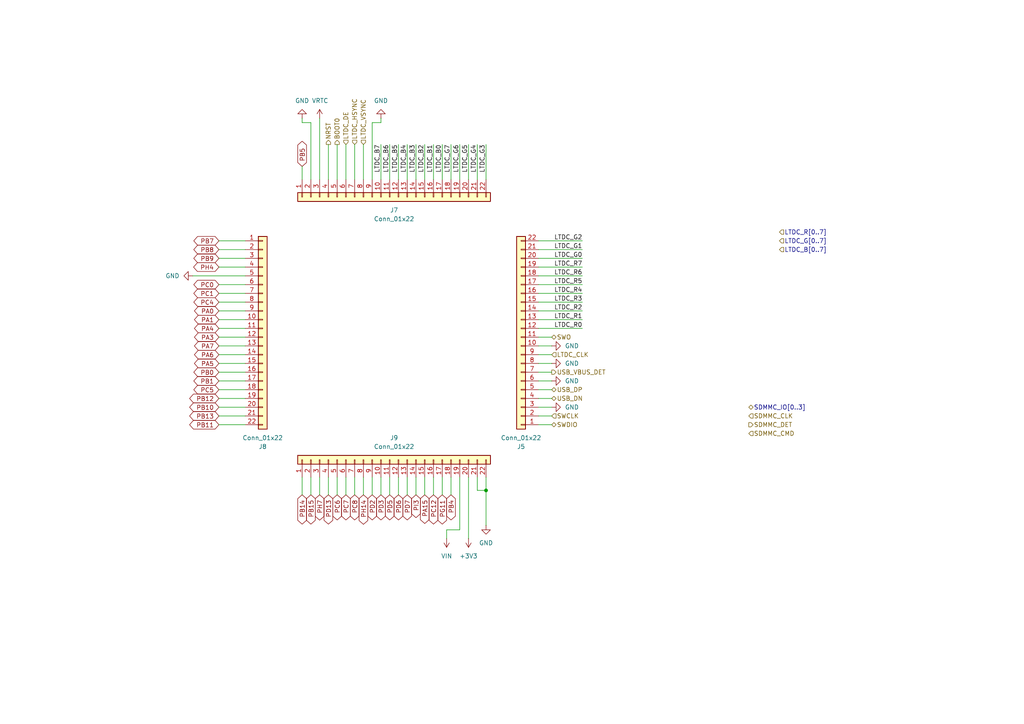
<source format=kicad_sch>
(kicad_sch (version 20231120) (generator "eeschema") (generator_version "8.0")
  (paper "A4")
  (lib_symbols
    (symbol "Connector_Generic:Conn_01x22" (pin_names (offset 1.016) hide)
      (property "Reference" "J" (at 0 27.94 0))
      (property "Value" "Conn_01x22" (at 0 -30.48 0))
      (symbol "Conn_01x22_1_1"
        (rectangle (start -1.27 -27.813) (end 0 -28.067) (stroke (width 0.1524)))
        (rectangle (start -1.27 -25.273) (end 0 -25.527) (stroke (width 0.1524)))
        (rectangle (start -1.27 -22.733) (end 0 -22.987) (stroke (width 0.1524)))
        (rectangle (start -1.27 -20.193) (end 0 -20.447) (stroke (width 0.1524)))
        (rectangle (start -1.27 -17.653) (end 0 -17.907) (stroke (width 0.1524)))
        (rectangle (start -1.27 -15.113) (end 0 -15.367) (stroke (width 0.1524)))
        (rectangle (start -1.27 -12.573) (end 0 -12.827) (stroke (width 0.1524)))
        (rectangle (start -1.27 -10.033) (end 0 -10.287) (stroke (width 0.1524)))
        (rectangle (start -1.27 -7.493) (end 0 -7.747) (stroke (width 0.1524)))
        (rectangle (start -1.27 -4.953) (end 0 -5.207) (stroke (width 0.1524)))
        (rectangle (start -1.27 -2.413) (end 0 -2.667) (stroke (width 0.1524)))
        (rectangle (start -1.27 0.127) (end 0 -0.127) (stroke (width 0.1524)))
        (rectangle (start -1.27 2.667) (end 0 2.413) (stroke (width 0.1524)))
        (rectangle (start -1.27 5.207) (end 0 4.953) (stroke (width 0.1524)))
        (rectangle (start -1.27 7.747) (end 0 7.493) (stroke (width 0.1524)))
        (rectangle (start -1.27 10.287) (end 0 10.033) (stroke (width 0.1524)))
        (rectangle (start -1.27 12.827) (end 0 12.573) (stroke (width 0.1524)))
        (rectangle (start -1.27 15.367) (end 0 15.113) (stroke (width 0.1524)))
        (rectangle (start -1.27 17.907) (end 0 17.653) (stroke (width 0.1524)))
        (rectangle (start -1.27 20.447) (end 0 20.193) (stroke (width 0.1524)))
        (rectangle (start -1.27 22.987) (end 0 22.733) (stroke (width 0.1524)))
        (rectangle (start -1.27 25.527) (end 0 25.273) (stroke (width 0.1524)))
        (rectangle (start -1.27 26.67) (end 1.27 -29.21) (stroke (width 0.254)) (fill (type background)))
        (pin passive line (at -5.08 25.4 0) (length 3.81) (name "Pin_1") (number "1"))
        (pin passive line (at -5.08 2.54 0) (length 3.81) (name "Pin_10") (number "10"))
        (pin passive line (at -5.08 0 0) (length 3.81) (name "Pin_11") (number "11"))
        (pin passive line (at -5.08 -2.54 0) (length 3.81) (name "Pin_12") (number "12"))
        (pin passive line (at -5.08 -5.08 0) (length 3.81) (name "Pin_13") (number "13"))
        (pin passive line (at -5.08 -7.62 0) (length 3.81) (name "Pin_14") (number "14"))
        (pin passive line (at -5.08 -10.16 0) (length 3.81) (name "Pin_15") (number "15"))
        (pin passive line (at -5.08 -12.7 0) (length 3.81) (name "Pin_16") (number "16"))
        (pin passive line (at -5.08 -15.24 0) (length 3.81) (name "Pin_17") (number "17"))
        (pin passive line (at -5.08 -17.78 0) (length 3.81) (name "Pin_18") (number "18"))
        (pin passive line (at -5.08 -20.32 0) (length 3.81) (name "Pin_19") (number "19"))
        (pin passive line (at -5.08 22.86 0) (length 3.81) (name "Pin_2") (number "2"))
        (pin passive line (at -5.08 -22.86 0) (length 3.81) (name "Pin_20") (number "20"))
        (pin passive line (at -5.08 -25.4 0) (length 3.81) (name "Pin_21") (number "21"))
        (pin passive line (at -5.08 -27.94 0) (length 3.81) (name "Pin_22") (number "22"))
        (pin passive line (at -5.08 20.32 0) (length 3.81) (name "Pin_3") (number "3"))
        (pin passive line (at -5.08 17.78 0) (length 3.81) (name "Pin_4") (number "4"))
        (pin passive line (at -5.08 15.24 0) (length 3.81) (name "Pin_5") (number "5"))
        (pin passive line (at -5.08 12.7 0) (length 3.81) (name "Pin_6") (number "6"))
        (pin passive line (at -5.08 10.16 0) (length 3.81) (name "Pin_7") (number "7"))
        (pin passive line (at -5.08 7.62 0) (length 3.81) (name "Pin_8") (number "8"))
        (pin passive line (at -5.08 5.08 0) (length 3.81) (name "Pin_9") (number "9"))
      )
    )
    (symbol "power:+3V3" (power) (pin_numbers hide) (pin_names (offset 0) hide)
      (property "Value" "+3V3" (at 0 3.556 0))
      (symbol "+3V3_0_1"
        (polyline (pts (xy -0.762 1.27) (xy 0 2.54)))
        (polyline (pts (xy 0 0) (xy 0 2.54)))
        (polyline (pts (xy 0 2.54) (xy 0.762 1.27)))
      )
      (symbol "+3V3_1_1"
        (pin power_in line (at 0 0 90) (length 0) (name "~") (number "1"))
      )
    )
    (symbol "power:GND" (power) (pin_numbers hide) (pin_names (offset 0) hide)
      (property "Value" "GND" (at 0 -3.81 0))
      (symbol "GND_0_1"
        (polyline (pts (xy 0 0) (xy 0 -1.27) (xy 1.27 -1.27) (xy 0 -2.54) (xy -1.27 -1.27) (xy 0 -1.27)))
      )
      (symbol "GND_1_1"
        (pin power_in line (at 0 0 270) (length 0) (name "~") (number "1"))
      )
    )
  )
  (junction (at 140.97 142.24))
  (wire (pts (xy 168.91 77.47) (xy 156.21 77.47)))
  (wire (pts (xy 128.27 41.91) (xy 128.27 52.07)))
  (wire (pts (xy 110.49 34.29) (xy 110.49 35.56)))
  (wire (pts (xy 63.5 95.25) (xy 71.12 95.25)))
  (wire (pts (xy 87.63 48.26) (xy 87.63 52.07)))
  (wire (pts (xy 120.65 41.91) (xy 120.65 52.07)))
  (wire (pts (xy 63.5 72.39) (xy 71.12 72.39)))
  (wire (pts (xy 113.03 41.91) (xy 113.03 52.07)))
  (wire (pts (xy 95.25 41.91) (xy 95.25 52.07)))
  (wire (pts (xy 63.5 92.71) (xy 71.12 92.71)))
  (wire (pts (xy 118.11 143.51) (xy 118.11 138.43)))
  (wire (pts (xy 123.19 41.91) (xy 123.19 52.07)))
  (wire (pts (xy 160.02 105.41) (xy 156.21 105.41)))
  (wire (pts (xy 63.5 120.65) (xy 71.12 120.65)))
  (wire (pts (xy 63.5 82.55) (xy 71.12 82.55)))
  (wire (pts (xy 55.88 80.01) (xy 71.12 80.01)))
  (wire (pts (xy 140.97 41.91) (xy 140.97 52.07)))
  (wire (pts (xy 110.49 143.51) (xy 110.49 138.43)))
  (wire (pts (xy 160.02 118.11) (xy 156.21 118.11)))
  (wire (pts (xy 63.5 107.95) (xy 71.12 107.95)))
  (wire (pts (xy 63.5 77.47) (xy 71.12 77.47)))
  (wire (pts (xy 168.91 92.71) (xy 156.21 92.71)))
  (wire (pts (xy 87.63 35.56) (xy 90.17 35.56)))
  (wire (pts (xy 110.49 35.56) (xy 107.95 35.56)))
  (wire (pts (xy 63.5 100.33) (xy 71.12 100.33)))
  (wire (pts (xy 113.03 143.51) (xy 113.03 138.43)))
  (wire (pts (xy 95.25 143.51) (xy 95.25 138.43)))
  (wire (pts (xy 135.89 156.21) (xy 135.89 138.43)))
  (wire (pts (xy 168.91 69.85) (xy 156.21 69.85)))
  (wire (pts (xy 63.5 74.93) (xy 71.12 74.93)))
  (wire (pts (xy 115.57 143.51) (xy 115.57 138.43)))
  (wire (pts (xy 107.95 35.56) (xy 107.95 52.07)))
  (wire (pts (xy 160.02 100.33) (xy 156.21 100.33)))
  (wire (pts (xy 160.02 115.57) (xy 156.21 115.57)))
  (wire (pts (xy 160.02 107.95) (xy 156.21 107.95)))
  (wire (pts (xy 168.91 82.55) (xy 156.21 82.55)))
  (wire (pts (xy 138.43 142.24) (xy 140.97 142.24)))
  (wire (pts (xy 118.11 41.91) (xy 118.11 52.07)))
  (wire (pts (xy 110.49 41.91) (xy 110.49 52.07)))
  (wire (pts (xy 87.63 34.29) (xy 87.63 35.56)))
  (wire (pts (xy 92.71 143.51) (xy 92.71 138.43)))
  (wire (pts (xy 138.43 41.91) (xy 138.43 52.07)))
  (wire (pts (xy 100.33 143.51) (xy 100.33 138.43)))
  (wire (pts (xy 87.63 143.51) (xy 87.63 138.43)))
  (wire (pts (xy 125.73 143.51) (xy 125.73 138.43)))
  (wire (pts (xy 160.02 97.79) (xy 156.21 97.79)))
  (wire (pts (xy 130.81 41.91) (xy 130.81 52.07)))
  (wire (pts (xy 168.91 95.25) (xy 156.21 95.25)))
  (wire (pts (xy 63.5 97.79) (xy 71.12 97.79)))
  (wire (pts (xy 129.54 153.67) (xy 133.35 153.67)))
  (wire (pts (xy 168.91 80.01) (xy 156.21 80.01)))
  (wire (pts (xy 102.87 143.51) (xy 102.87 138.43)))
  (wire (pts (xy 115.57 41.91) (xy 115.57 52.07)))
  (wire (pts (xy 160.02 102.87) (xy 156.21 102.87)))
  (wire (pts (xy 123.19 143.51) (xy 123.19 138.43)))
  (wire (pts (xy 128.27 143.51) (xy 128.27 138.43)))
  (wire (pts (xy 63.5 113.03) (xy 71.12 113.03)))
  (wire (pts (xy 63.5 85.09) (xy 71.12 85.09)))
  (wire (pts (xy 63.5 69.85) (xy 71.12 69.85)))
  (wire (pts (xy 90.17 35.56) (xy 90.17 52.07)))
  (wire (pts (xy 168.91 74.93) (xy 156.21 74.93)))
  (wire (pts (xy 160.02 120.65) (xy 156.21 120.65)))
  (wire (pts (xy 102.87 41.91) (xy 102.87 52.07)))
  (wire (pts (xy 135.89 41.91) (xy 135.89 52.07)))
  (wire (pts (xy 133.35 41.91) (xy 133.35 52.07)))
  (wire (pts (xy 107.95 143.51) (xy 107.95 138.43)))
  (wire (pts (xy 63.5 118.11) (xy 71.12 118.11)))
  (wire (pts (xy 125.73 41.91) (xy 125.73 52.07)))
  (wire (pts (xy 63.5 115.57) (xy 71.12 115.57)))
  (wire (pts (xy 140.97 152.4) (xy 140.97 142.24)))
  (wire (pts (xy 160.02 123.19) (xy 156.21 123.19)))
  (wire (pts (xy 92.71 34.29) (xy 92.71 52.07)))
  (wire (pts (xy 63.5 123.19) (xy 71.12 123.19)))
  (wire (pts (xy 140.97 142.24) (xy 140.97 138.43)))
  (wire (pts (xy 63.5 90.17) (xy 71.12 90.17)))
  (wire (pts (xy 130.81 143.51) (xy 130.81 138.43)))
  (wire (pts (xy 138.43 138.43) (xy 138.43 142.24)))
  (wire (pts (xy 168.91 85.09) (xy 156.21 85.09)))
  (wire (pts (xy 129.54 156.21) (xy 129.54 153.67)))
  (wire (pts (xy 168.91 87.63) (xy 156.21 87.63)))
  (wire (pts (xy 97.79 143.51) (xy 97.79 138.43)))
  (wire (pts (xy 105.41 41.91) (xy 105.41 52.07)))
  (wire (pts (xy 100.33 41.91) (xy 100.33 52.07)))
  (wire (pts (xy 120.65 143.51) (xy 120.65 138.43)))
  (wire (pts (xy 63.5 110.49) (xy 71.12 110.49)))
  (wire (pts (xy 133.35 153.67) (xy 133.35 138.43)))
  (wire (pts (xy 63.5 105.41) (xy 71.12 105.41)))
  (wire (pts (xy 105.41 143.51) (xy 105.41 138.43)))
  (wire (pts (xy 168.91 72.39) (xy 156.21 72.39)))
  (wire (pts (xy 90.17 143.51) (xy 90.17 138.43)))
  (wire (pts (xy 160.02 113.03) (xy 156.21 113.03)))
  (wire (pts (xy 160.02 110.49) (xy 156.21 110.49)))
  (wire (pts (xy 63.5 87.63) (xy 71.12 87.63)))
  (wire (pts (xy 63.5 102.87) (xy 71.12 102.87)))
  (wire (pts (xy 97.79 41.91) (xy 97.79 52.07)))
  (wire (pts (xy 168.91 90.17) (xy 156.21 90.17)))
  (label "LTDC_B6" (at 113.03 41.91 270))
  (label "LTDC_R0" (at 168.91 95.25 180))
  (label "LTDC_G6" (at 133.35 41.91 270))
  (label "LTDC_B7" (at 110.49 41.91 270))
  (label "LTDC_B1" (at 125.73 41.91 270))
  (label "LTDC_R7" (at 168.91 77.47 180))
  (label "LTDC_R3" (at 168.91 87.63 180))
  (label "LTDC_R1" (at 168.91 92.71 180))
  (label "LTDC_G4" (at 138.43 41.91 270))
  (label "LTDC_R5" (at 168.91 82.55 180))
  (label "LTDC_R6" (at 168.91 80.01 180))
  (label "LTDC_B4" (at 118.11 41.91 270))
  (label "LTDC_B5" (at 115.57 41.91 270))
  (label "LTDC_B0" (at 128.27 41.91 270))
  (label "LTDC_G2" (at 168.91 69.85 180))
  (label "LTDC_G5" (at 135.89 41.91 270))
  (label "LTDC_G3" (at 140.97 41.91 270))
  (label "LTDC_B2" (at 123.19 41.91 270))
  (label "LTDC_R4" (at 168.91 85.09 180))
  (label "LTDC_G1" (at 168.91 72.39 180))
  (label "LTDC_B3" (at 120.65 41.91 270))
  (label "LTDC_G0" (at 168.91 74.93 180))
  (label "LTDC_G7" (at 130.81 41.91 270))
  (label "LTDC_R2" (at 168.91 90.17 180))
  (global_label "PB5" (shape bidirectional) (at 87.63 48.26 90) (property "Intersheetrefs" "${INTERSHEET_REFS}" (effects (hide yes))))
  (global_label "PG11" (shape bidirectional) (at 128.27 143.51 270) (property "Intersheetrefs" "${INTERSHEET_REFS}" (effects (hide yes))))
  (global_label "PD13" (shape bidirectional) (at 95.25 143.51 270) (property "Intersheetrefs" "${INTERSHEET_REFS}" (effects (hide yes))))
  (global_label "PH7" (shape bidirectional) (at 92.71 143.51 270) (property "Intersheetrefs" "${INTERSHEET_REFS}" (effects (hide yes))))
  (global_label "PC6" (shape bidirectional) (at 97.79 143.51 270) (property "Intersheetrefs" "${INTERSHEET_REFS}" (effects (hide yes))))
  (global_label "PA3" (shape bidirectional) (at 63.5 97.79 180) (property "Intersheetrefs" "${INTERSHEET_REFS}" (effects (hide yes))))
  (global_label "PD3" (shape bidirectional) (at 110.49 143.51 270) (property "Intersheetrefs" "${INTERSHEET_REFS}" (effects (hide yes))))
  (global_label "PB10" (shape bidirectional) (at 63.5 118.11 180) (property "Intersheetrefs" "${INTERSHEET_REFS}" (effects (hide yes))))
  (global_label "PD5" (shape bidirectional) (at 113.03 143.51 270) (property "Intersheetrefs" "${INTERSHEET_REFS}" (effects (hide yes))))
  (global_label "PA7" (shape bidirectional) (at 63.5 100.33 180) (property "Intersheetrefs" "${INTERSHEET_REFS}" (effects (hide yes))))
  (global_label "PC5" (shape bidirectional) (at 63.5 113.03 180) (property "Intersheetrefs" "${INTERSHEET_REFS}" (effects (hide yes))))
  (global_label "PB7" (shape bidirectional) (at 63.5 69.85 180) (property "Intersheetrefs" "${INTERSHEET_REFS}" (effects (hide yes))))
  (global_label "PB8" (shape bidirectional) (at 63.5 72.39 180) (property "Intersheetrefs" "${INTERSHEET_REFS}" (effects (hide yes))))
  (global_label "PC0" (shape bidirectional) (at 63.5 82.55 180) (property "Intersheetrefs" "${INTERSHEET_REFS}" (effects (hide yes))))
  (global_label "PH4" (shape bidirectional) (at 63.5 77.47 180) (property "Intersheetrefs" "${INTERSHEET_REFS}" (effects (hide yes))))
  (global_label "PB12" (shape bidirectional) (at 63.5 115.57 180) (property "Intersheetrefs" "${INTERSHEET_REFS}" (effects (hide yes))))
  (global_label "PA5" (shape bidirectional) (at 63.5 105.41 180) (property "Intersheetrefs" "${INTERSHEET_REFS}" (effects (hide yes))))
  (global_label "PC4" (shape bidirectional) (at 63.5 87.63 180) (property "Intersheetrefs" "${INTERSHEET_REFS}" (effects (hide yes))))
  (global_label "PD2" (shape bidirectional) (at 107.95 143.51 270) (property "Intersheetrefs" "${INTERSHEET_REFS}" (effects (hide yes))))
  (global_label "PA15" (shape bidirectional) (at 123.19 143.51 270) (property "Intersheetrefs" "${INTERSHEET_REFS}" (effects (hide yes))))
  (global_label "PI3" (shape bidirectional) (at 120.65 143.51 270) (property "Intersheetrefs" "${INTERSHEET_REFS}" (effects (hide yes))))
  (global_label "PC8" (shape bidirectional) (at 102.87 143.51 270) (property "Intersheetrefs" "${INTERSHEET_REFS}" (effects (hide yes))))
  (global_label "PB14" (shape bidirectional) (at 87.63 143.51 270) (property "Intersheetrefs" "${INTERSHEET_REFS}" (effects (hide yes))))
  (global_label "PB11" (shape bidirectional) (at 63.5 123.19 180) (property "Intersheetrefs" "${INTERSHEET_REFS}" (effects (hide yes))))
  (global_label "PB15" (shape bidirectional) (at 90.17 143.51 270) (property "Intersheetrefs" "${INTERSHEET_REFS}" (effects (hide yes))))
  (global_label "PA0" (shape bidirectional) (at 63.5 90.17 180) (property "Intersheetrefs" "${INTERSHEET_REFS}" (effects (hide yes))))
  (global_label "PB1" (shape bidirectional) (at 63.5 110.49 180) (property "Intersheetrefs" "${INTERSHEET_REFS}" (effects (hide yes))))
  (global_label "PB13" (shape bidirectional) (at 63.5 120.65 180) (property "Intersheetrefs" "${INTERSHEET_REFS}" (effects (hide yes))))
  (global_label "PB4" (shape bidirectional) (at 130.81 143.51 270) (property "Intersheetrefs" "${INTERSHEET_REFS}" (effects (hide yes))))
  (global_label "PA6" (shape bidirectional) (at 63.5 102.87 180) (property "Intersheetrefs" "${INTERSHEET_REFS}" (effects (hide yes))))
  (global_label "PD6" (shape bidirectional) (at 115.57 143.51 270) (property "Intersheetrefs" "${INTERSHEET_REFS}" (effects (hide yes))))
  (global_label "PA1" (shape bidirectional) (at 63.5 92.71 180) (property "Intersheetrefs" "${INTERSHEET_REFS}" (effects (hide yes))))
  (global_label "PC7" (shape bidirectional) (at 100.33 143.51 270) (property "Intersheetrefs" "${INTERSHEET_REFS}" (effects (hide yes))))
  (global_label "PD7" (shape bidirectional) (at 118.11 143.51 270) (property "Intersheetrefs" "${INTERSHEET_REFS}" (effects (hide yes))))
  (global_label "PA4" (shape bidirectional) (at 63.5 95.25 180) (property "Intersheetrefs" "${INTERSHEET_REFS}" (effects (hide yes))))
  (global_label "PB9" (shape bidirectional) (at 63.5 74.93 180) (property "Intersheetrefs" "${INTERSHEET_REFS}" (effects (hide yes))))
  (global_label "PC1" (shape bidirectional) (at 63.5 85.09 180) (property "Intersheetrefs" "${INTERSHEET_REFS}" (effects (hide yes))))
  (global_label "PB0" (shape bidirectional) (at 63.5 107.95 180) (property "Intersheetrefs" "${INTERSHEET_REFS}" (effects (hide yes))))
  (global_label "PH14" (shape bidirectional) (at 105.41 143.51 270) (property "Intersheetrefs" "${INTERSHEET_REFS}" (effects (hide yes))))
  (global_label "PC12" (shape bidirectional) (at 125.73 143.51 270) (property "Intersheetrefs" "${INTERSHEET_REFS}" (effects (hide yes))))
  (hierarchical_label "USB_DP" (shape bidirectional) (at 160.02 113.03 0))
  (hierarchical_label "LTDC_R[0..7]" (shape input) (at 226.06 67.31 0))
  (hierarchical_label "USB_DN" (shape bidirectional) (at 160.02 115.57 0))
  (hierarchical_label "LTDC_CLK" (shape input) (at 160.02 102.87 0))
  (hierarchical_label "USB_VBUS_DET" (shape output) (at 160.02 107.95 0))
  (hierarchical_label "LTDC_HSYNC" (shape input) (at 102.87 41.91 90))
  (hierarchical_label "LTDC_B[0..7]" (shape input) (at 226.06 72.39 0))
  (hierarchical_label "SDMMC_DET" (shape output) (at 217.17 123.19 0))
  (hierarchical_label "SWCLK" (shape input) (at 160.02 120.65 0))
  (hierarchical_label "LTDC_DE" (shape input) (at 100.33 41.91 90))
  (hierarchical_label "SDMMC_CMD" (shape input) (at 217.17 125.73 0))
  (hierarchical_label "SDMMC_CLK" (shape input) (at 217.17 120.65 0))
  (hierarchical_label "SDMMC_IO[0..3]" (shape bidirectional) (at 217.17 118.11 0))
  (hierarchical_label "LTDC_G[0..7]" (shape input) (at 226.06 69.85 0))
  (hierarchical_label "LTDC_VSYNC" (shape input) (at 105.41 41.91 90))
  (hierarchical_label "NRST" (shape output) (at 95.25 41.91 90))
  (hierarchical_label "SWDIO" (shape bidirectional) (at 160.02 123.19 0))
  (hierarchical_label "SWO" (shape bidirectional) (at 160.02 97.79 0))
  (hierarchical_label "BOOT0" (shape output) (at 97.79 41.91 90))
  (symbol (lib_id "power:GND") (at 110.49 34.29 180) (unit 1)
    (property "Reference" "#PWR064" (effects (hide yes)))
    (property "Value" "GND" (at 110.49 29.21 0))
    (property "Description" "Power symbol creates a global label with name \"GND\" , ground" (effects (hide yes)))
  )
  (symbol (lib_id "Connector_Generic:Conn_01x22") (at 76.2 95.25 0) (unit 1)
    (property "Reference" "J8" (at 76.2 129.54 0))
    (property "Value" "Conn_01x22" (at 76.2 127 0))
    (property "Footprint" "castellated_holes_header:castellated_01x22_P1.27mm" (effects (hide yes)))
    (property "Description" "Generic connector, single row, 01x22, script generated (kicad-library-utils/schlib/autogen/connector/)" (effects (hide yes)))
  )
  (symbol (lib_id "power:GND") (at 87.63 34.29 180) (unit 1)
    (property "Reference" "#PWR063" (effects (hide yes)))
    (property "Value" "GND" (at 87.63 29.21 0))
    (property "Description" "Power symbol creates a global label with name \"GND\" , ground" (effects (hide yes)))
  )
  (symbol (lib_id "power:GND") (at 55.88 80.01 270) (unit 1)
    (property "Reference" "#PWR065" (effects (hide yes)))
    (property "Value" "GND" (at 52.07 80.0099 90) (effects (justify right)))
    (property "Description" "Power symbol creates a global label with name \"GND\" , ground" (effects (hide yes)))
  )
  (symbol (lib_id "power:GND") (at 160.02 105.41 90) (unit 1)
    (property "Reference" "#PWR047" (effects (hide yes)))
    (property "Value" "GND" (at 163.83 105.4099 90) (effects (justify right)))
    (property "Description" "Power symbol creates a global label with name \"GND\" , ground" (effects (hide yes)))
  )
  (symbol (lib_id "power:GND") (at 160.02 110.49 90) (unit 1)
    (property "Reference" "#PWR045" (effects (hide yes)))
    (property "Value" "GND" (at 163.83 110.4899 90) (effects (justify right)))
    (property "Description" "Power symbol creates a global label with name \"GND\" , ground" (effects (hide yes)))
  )
  (symbol (lib_id "power:GND") (at 160.02 100.33 90) (unit 1)
    (property "Reference" "#PWR060" (effects (hide yes)))
    (property "Value" "GND" (at 163.83 100.3299 90) (effects (justify right)))
    (property "Description" "Power symbol creates a global label with name \"GND\" , ground" (effects (hide yes)))
  )
  (symbol (lib_id "power:GND") (at 140.97 152.4 0) (unit 1)
    (property "Reference" "#PWR069" (effects (hide yes)))
    (property "Value" "GND" (at 140.97 157.48 0))
    (property "Description" "Power symbol creates a global label with name \"GND\" , ground" (effects (hide yes)))
  )
  (symbol (lib_id "power:+3V3") (at 129.54 156.21 180) (unit 1)
    (property "Reference" "#PWR068" (effects (hide yes)))
    (property "Value" "VIN" (at 129.54 161.29 0))
    (property "Description" "Power symbol creates a global label with name \"+3V3\"" (effects (hide yes)))
  )
  (symbol (lib_id "power:+3V3") (at 92.71 34.29 0) (unit 1)
    (property "Reference" "#PWR062" (effects (hide yes)))
    (property "Value" "VRTC" (at 90.424 29.21 0) (effects (justify left)))
    (property "Description" "Power symbol creates a global label with name \"+3V3\"" (effects (hide yes)))
  )
  (symbol (lib_id "Connector_Generic:Conn_01x22") (at 151.13 97.79 180) (unit 1)
    (property "Reference" "J5" (at 151.13 129.54 0))
    (property "Value" "Conn_01x22" (at 151.13 127 0))
    (property "Footprint" "castellated_holes_header:castellated_01x22_P1.27mm" (effects (hide yes)))
    (property "Description" "Generic connector, single row, 01x22, script generated (kicad-library-utils/schlib/autogen/connector/)" (effects (hide yes)))
  )
  (symbol (lib_id "Connector_Generic:Conn_01x22") (at 113.03 133.35 90) (unit 1)
    (property "Reference" "J9" (at 114.3 127 90))
    (property "Value" "Conn_01x22" (at 114.3 129.54 90))
    (property "Footprint" "castellated_holes_header:castellated_01x22_P1.27mm" (effects (hide yes)))
    (property "Description" "Generic connector, single row, 01x22, script generated (kicad-library-utils/schlib/autogen/connector/)" (effects (hide yes)))
  )
  (symbol (lib_id "power:GND") (at 160.02 118.11 90) (unit 1)
    (property "Reference" "#PWR043" (effects (hide yes)))
    (property "Value" "GND" (at 163.83 118.1099 90) (effects (justify right)))
    (property "Description" "Power symbol creates a global label with name \"GND\" , ground" (effects (hide yes)))
  )
  (symbol (lib_id "Connector_Generic:Conn_01x22") (at 113.03 57.15 90) (mirror x) (unit 1)
    (property "Reference" "J7" (at 114.3 60.96 90))
    (property "Value" "Conn_01x22" (at 114.3 63.5 90))
    (property "Footprint" "castellated_holes_header:castellated_01x22_P1.27mm" (effects (hide yes)))
    (property "Description" "Generic connector, single row, 01x22, script generated (kicad-library-utils/schlib/autogen/connector/)" (effects (hide yes)))
  )
  (symbol (lib_id "power:+3V3") (at 135.89 156.21 180) (unit 1)
    (property "Reference" "#PWR059" (effects (hide yes)))
    (property "Value" "+3V3" (at 135.89 161.29 0))
    (property "Description" "Power symbol creates a global label with name \"+3V3\"" (effects (hide yes)))
  )
)
</source>
